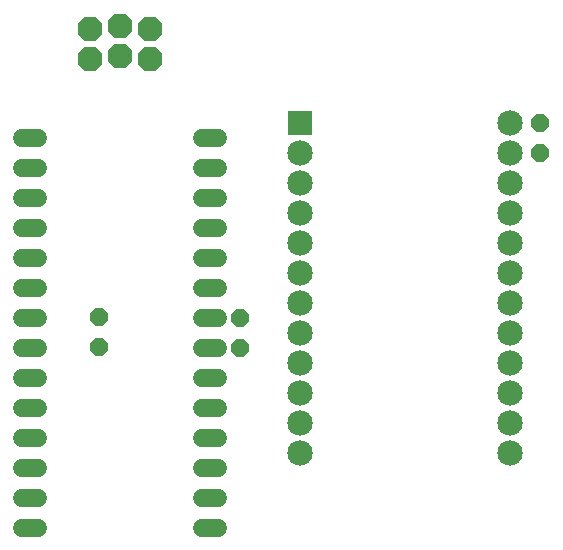
<source format=gbs>
G75*
G70*
%OFA0B0*%
%FSLAX24Y24*%
%IPPOS*%
%LPD*%
%AMOC8*
5,1,8,0,0,1.08239X$1,22.5*
%
%ADD10OC8,0.0820*%
%ADD11C,0.0600*%
%ADD12R,0.0848X0.0848*%
%ADD13C,0.0848*%
%ADD14OC8,0.0600*%
D10*
X007156Y018805D03*
X007156Y019805D03*
X008156Y019905D03*
X009156Y019805D03*
X009156Y018805D03*
X008156Y018905D03*
D11*
X005416Y003180D02*
X004896Y003180D01*
X004896Y004180D02*
X005416Y004180D01*
X005416Y005180D02*
X004896Y005180D01*
X004896Y006180D02*
X005416Y006180D01*
X005416Y007180D02*
X004896Y007180D01*
X004896Y008180D02*
X005416Y008180D01*
X005416Y009180D02*
X004896Y009180D01*
X004896Y010180D02*
X005416Y010180D01*
X005416Y011180D02*
X004896Y011180D01*
X004896Y012180D02*
X005416Y012180D01*
X005416Y013180D02*
X004896Y013180D01*
X004896Y014180D02*
X005416Y014180D01*
X005416Y015180D02*
X004896Y015180D01*
X004896Y016180D02*
X005416Y016180D01*
X010896Y016180D02*
X011416Y016180D01*
X011416Y015180D02*
X010896Y015180D01*
X010896Y014180D02*
X011416Y014180D01*
X011416Y013180D02*
X010896Y013180D01*
X010896Y012180D02*
X011416Y012180D01*
X011416Y011180D02*
X010896Y011180D01*
X010896Y010180D02*
X011416Y010180D01*
X011416Y009180D02*
X010896Y009180D01*
X010896Y008180D02*
X011416Y008180D01*
X011416Y007180D02*
X010896Y007180D01*
X010896Y006180D02*
X011416Y006180D01*
X011416Y005180D02*
X010896Y005180D01*
X010896Y004180D02*
X011416Y004180D01*
X011416Y003180D02*
X010896Y003180D01*
D12*
X014156Y016680D03*
D13*
X014156Y015680D03*
X014156Y014680D03*
X014156Y013680D03*
X014156Y012680D03*
X014156Y011680D03*
X014156Y010680D03*
X014156Y009680D03*
X014156Y008680D03*
X014156Y007680D03*
X014156Y006680D03*
X014156Y005680D03*
X021156Y005680D03*
X021156Y006680D03*
X021156Y007680D03*
X021156Y008680D03*
X021156Y009680D03*
X021156Y010680D03*
X021156Y011680D03*
X021156Y012680D03*
X021156Y013680D03*
X021156Y014680D03*
X021156Y015680D03*
X021156Y016680D03*
D14*
X022156Y016680D03*
X022156Y015680D03*
X012148Y010175D03*
X012148Y009175D03*
X007453Y009215D03*
X007453Y010215D03*
M02*

</source>
